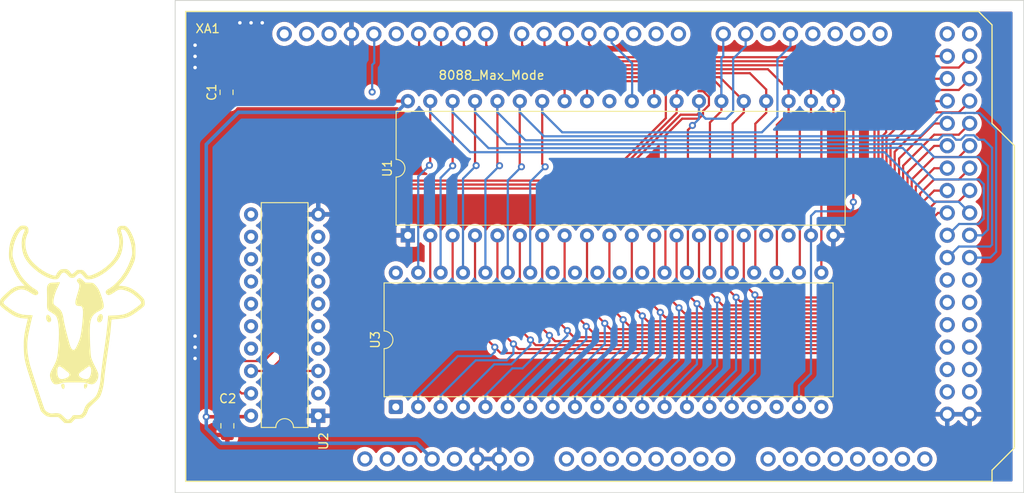
<source format=kicad_pcb>
(kicad_pcb (version 20241229) (generator "pcbnew") (generator_version "9.0")
  (title_block (title "Arduino8088") (date "2024-05-07") (rev "1.1"))
  (layers (0 "F.Cu" signal) (2 "B.Cu" signal) (13 "F.Paste" user) (15 "B.Paste" user) (5 "F.SilkS" user "F.Silkscreen") (7 "B.SilkS" user "B.Silkscreen") (1 "F.Mask" user) (3 "B.Mask" user) (25 "Edge.Cuts" user))
  (net 0 "")
  (net 1 "/~{AEN}")
  (net 2 "/CEN")
  (net 18 "CLK")
  (net 19 "RESET")
  (net 20 "READY")
  (net 21 "~{BHE}")
  (net 22 "MN{slash}~{MX}")
  (net 23 "QS0")
  (net 25 "QS1")
  (net 29 "GND")
  (net 30 "+5V")
  (net 31 "/A14")
  (net 32 "/A13")
  (net 33 "/A12")
  (net 34 "/A11")
  (net 35 "/A10")
  (net 36 "/A9")
  (net 37 "/A8")
  (net 38 "/AD7")
  (net 39 "/AD6")
  (net 40 "/AD5")
  (net 41 "/AD4")
  (net 42 "/AD3")
  (net 43 "/AD2")
  (net 44 "/AD1")
  (net 45 "/AD0")
  (net 46 "/~{TEST}")
  (net 47 "/INTR")
  (net 53 "/S0")
  (net 54 "/S1")
  (net 55 "/S2")
  (net 56 "/~{LOCK}")
  (net 57 "/~{RD}")
  (net 58 "/A19")
  (net 59 "/A18")
  (net 60 "/A17")
  (net 61 "/A16")
  (net 62 "/A15")
  (net 63 "/MCE{slash}~{PDEN}")
  (net 64 "/NMI")
  (net 65 "/DT{slash}~{R}")
  (net 66 "/ALE")
  (net 67 "/~{MRDC}")
  (net 68 "/~{AMWC}")
  (net 69 "/~{MWTC}")
  (net 70 "/~{IOWC}")
  (net 71 "/~{AIOWC}")
  (net 72 "/~{IORC}")
  (net 73 "/~{INTA}")
  (net 74 "/DEN")
  (net 76 "/~{RQ}{slash}~{GT1}")
  (net 79 "/ser0")
  (net 80 "/ser1")
  (net 83 "+3.3V")
  (footprint "Package_DIP:DIP-40_W15.24mm" (layer "F.Cu") (at 121.92 88.9 90)
    (property "Reference" "U1")
    (property "Value" "8088_Max_Mode")
  )
  (footprint "Capacitor_SMD:C_0805_2012Metric_Pad1.18x1.45mm_HandSolder" (layer "F.Cu") (at 101.360356 72.659353 90)
    (property "Reference" "C1")
    (property "Value" "0.1uf" (hide yes))
  )
  (footprint "Package_DIP:DIP-20_W7.62mm" (layer "F.Cu") (at 111.76 109.375748 180)
    (property "Reference" "U2")
    (property "Value" "8288")
  )
  (footprint "Package_DIP:DIP-40_W15.24mm" (layer "F.Cu") (at 120.5564 108.378307 90)
    (property "Reference" "U3")
    (property "Value" "8087")
  )
  (footprint "Capacitor_SMD:C_0805_2012Metric_Pad1.18x1.45mm_HandSolder" (layer "F.Cu") (at 101.452973 110.518882 -90)
    (property "Reference" "C2")
    (property "Value" "0.1uf" (hide yes))
  )
  (footprint "cow:cow" (layer "F.Cu") (at 83.923157 99.07312)
    (property "Reference" "G***" (hide yes))
    (property "Value" "LOGO" (hide yes))
  )
  (footprint "Arduino_Library:Arduino_Mega2560_Shield" (layer "F.Cu") (at 89.110872 116.825641)
    (property "Reference" "XA1")
    (property "Value" "Arduino_Mega2560_Shield" (hide yes))
  )
  (gr_poly (pts (xy 191.77 118.11) (xy 95.535456 118.11) (xy 95.535456 62.23) (xy 191.77 62.23)) (stroke (width 0.1)) (fill no) (layer "Edge.Cuts"))
  (segment (start 172.444013 73.198962) (end 167.91922 68.674169) (width 0.25) (layer "F.Cu") (net 18))
  (segment (start 143.627712 67.599) (end 142.87012 67.599) (width 0.25) (layer "F.Cu") (net 18))
  (segment (start 142.87012 67.599) (end 142.450872 67.179752) (width 0.25) (layer "F.Cu") (net 18))
  (segment (start 172.444013 85.114018) (end 172.444013 73.198962) (width 0.25) (layer "F.Cu") (net 18))
  (segment (start 142.450872 67.179752) (end 142.450872 66.025641) (width 0.25) (layer "F.Cu") (net 18))
  (segment (start 167.91922 68.674169) (end 144.702881 68.674169) (width 0.25) (layer "F.Cu") (net 18))
  (segment (start 144.702881 68.674169) (end 143.627712 67.599) (width 0.25) (layer "F.Cu") (net 18))
  (via (at 172.444013 85.114018) (size 0.8) (drill 0.4) (layers "F.Cu" "B.Cu") (net 18))
  (segment (start 172.414665 85.862931) (end 172.111117 86.166479) (width 0.25) (layer "B.Cu") (net 18))
  (segment (start 167.64 86.682644) (end 167.64 88.9) (width 0.25) (layer "B.Cu") (net 18))
  (segment (start 172.414665 85.143366) (end 172.414665 85.862931) (width 0.25) (layer "B.Cu") (net 18))
  (segment (start 168.156165 86.166479) (end 167.64 86.682644) (width 0.25) (layer "B.Cu") (net 18))
  (segment (start 172.444013 85.114018) (end 172.414665 85.143366) (width 0.25) (layer "B.Cu") (net 18))
  (segment (start 167.64 88.9) (end 167.64 104.593966) (width 0.25) (layer "B.Cu") (net 18))
  (segment (start 172.111117 86.166479) (end 168.156165 86.166479) (width 0.25) (layer "B.Cu") (net 18))
  (segment (start 166.2764 105.957566) (end 166.2764 108.378307) (width 0.25) (layer "B.Cu") (net 18))
  (segment (start 167.64 104.593966) (end 166.2764 105.957566) (width 0.25) (layer "B.Cu") (net 18))
  (segment (start 170.18 73.66) (end 170.18 75.067734) (width 0.25) (layer "F.Cu") (net 19))
  (segment (start 166.790814 69.136676) (end 144.066676 69.136676) (width 0.25) (layer "F.Cu") (net 19))
  (segment (start 140.694 68.05) (end 139.954 67.31) (width 0.25) (layer "F.Cu") (net 19))
  (segment (start 139.954 67.31) (end 139.954 66.04) (width 0.25) (layer "F.Cu") (net 19))
  (segment (start 170.18 73.66) (end 170.18 72.525862) (width 0.25) (layer "F.Cu") (net 19))
  (segment (start 144.066676 69.136676) (end 142.98 68.05) (width 0.25) (layer "F.Cu") (net 19))
  (segment (start 142.98 68.05) (end 140.694 68.05) (width 0.25) (layer "F.Cu") (net 19))
  (segment (start 170.18 72.525862) (end 166.790814 69.136676) (width 0.25) (layer "F.Cu") (net 19))
  (segment (start 170.18 75.067734) (end 168.8164 76.431334) (width 0.25) (layer "F.Cu") (net 19))
  (segment (start 168.8164 76.431334) (end 168.8164 93.138307) (width 0.25) (layer "F.Cu") (net 19))
  (segment (start 167.64 73.66) (end 167.64 72.402632) (width 0.25) (layer "F.Cu") (net 20))
  (segment (start 143.879866 69.587676) (end 143.798872 69.506682) (width 0.25) (layer "F.Cu") (net 20))
  (segment (start 138.604 68.5) (end 137.414 67.31) (width 0.25) (layer "F.Cu") (net 20))
  (segment (start 167.64 72.402632) (end 164.825044 69.587676) (width 0.25) (layer "F.Cu") (net 20))
  (segment (start 166.372729 93.041978) (end 166.2764 93.138307) (width 0.25) (layer "F.Cu") (net 20))
  (segment (start 164.825044 69.587676) (end 143.879866 69.587676) (width 0.25) (layer "F.Cu") (net 20))
  (segment (start 166.372729 76.270464) (end 166.372729 93.041978) (width 0.25) (layer "F.Cu") (net 20))
  (segment (start 137.414 67.31) (end 137.414 66.04) (width 0.25) (layer "F.Cu") (net 20))
  (segment (start 140.50619 68.5) (end 138.604 68.5) (width 0.25) (layer "F.Cu") (net 20))
  (segment (start 143.798872 69.506682) (end 143.781198 69.506682) (width 0.25) (layer "F.Cu") (net 20))
  (segment (start 167.64 73.66) (end 167.64 75.003193) (width 0.25) (layer "F.Cu") (net 20))
  (segment (start 140.50719 68.501) (end 140.50619 68.5) (width 0.25) (layer "F.Cu") (net 20))
  (segment (start 143.781198 69.506682) (end 142.775516 68.501) (width 0.25) (layer "F.Cu") (net 20))
  (segment (start 167.64 75.003193) (end 166.372729 76.270464) (width 0.25) (layer "F.Cu") (net 20))
  (segment (start 142.775516 68.501) (end 140.50719 68.501) (width 0.25) (layer "F.Cu") (net 20))
  (segment (start 137.16 80.779271) (end 137.16 73.66) (width 0.25) (layer "F.Cu") (net 21))
  (segment (start 137.49519 81.114461) (end 137.16 80.779271) (width 0.25) (layer "F.Cu") (net 21))
  (via (at 137.49519 81.114461) (size 0.8) (drill 0.4) (layers "F.Cu" "B.Cu") (net 21))
  (segment (start 139.432526 77.202526) (end 162.064132 77.202526) (width 0.25) (layer "B.Cu") (net 21))
  (segment (start 135.7964 82.813251) (end 137.49519 81.114461) (width 0.25) (layer "B.Cu") (net 21))
  (segment (start 162.064132 77.202526) (end 163.83 75.436658) (width 0.25) (layer "B.Cu") (net 21))
  (segment (start 137.16 74.93) (end 139.432526 77.202526) (width 0.25) (layer "B.Cu") (net 21))
  (segment (start 137.16 73.66) (end 137.16 74.93) (width 0.25) (layer "B.Cu") (net 21))
  (segment (start 163.83 75.436658) (end 163.83 68.886861) (width 0.25) (layer "B.Cu") (net 21))
  (segment (start 163.83 68.886861) (end 165.310872 67.405989) (width 0.25) (layer "B.Cu") (net 21))
  (segment (start 165.310872 67.405989) (end 165.310872 66.025641) (width 0.25) (layer "B.Cu") (net 21))
  (segment (start 135.7964 93.138307) (end 135.7964 82.813251) (width 0.25) (layer "B.Cu") (net 21))
  (segment (start 138.04257 69.852) (end 136.14038 69.852) (width 0.25) (layer "F.Cu") (net 23))
  (segment (start 130.81 69.85) (end 128.27 67.31) (width 0.25) (layer "F.Cu") (net 23))
  (segment (start 132.71219 69.85) (end 130.81 69.85) (width 0.25) (layer "F.Cu") (net 23))
  (segment (start 160.02 73.66) (end 157.300676 70.940676) (width 0.25) (layer "F.Cu") (net 23))
  (segment (start 139.94676 69.854) (end 139.94576 69.853) (width 0.25) (layer "F.Cu") (net 23))
  (segment (start 142.209888 69.854) (end 139.94676 69.854) (width 0.25) (layer "F.Cu") (net 23))
  (segment (start 142.991088 70.6352) (end 142.209888 69.854) (width 0.25) (layer "F.Cu") (net 23))
  (segment (start 128.27 67.31) (end 128.27 66.04) (width 0.25) (layer "F.Cu") (net 23))
  (segment (start 136.13938 69.851) (end 132.71319 69.851) (width 0.25) (layer "F.Cu") (net 23))
  (segment (start 143.238442 70.859682) (end 143.220768 70.859682) (width 0.25) (layer "F.Cu") (net 23))
  (segment (start 158.754461 76.217276) (end 158.754461 93.040246) (width 0.25) (layer "F.Cu") (net 23))
  (segment (start 138.04357 69.853) (end 138.04257 69.852) (width 0.25) (layer "F.Cu") (net 23))
  (segment (start 132.71319 69.851) (end 132.71219 69.85) (width 0.25) (layer "F.Cu") (net 23))
  (segment (start 136.14038 69.852) (end 136.13938 69.851) (width 0.25) (layer "F.Cu") (net 23))
  (segment (start 143.220768 70.859682) (end 142.996286 70.6352) (width 0.25) (layer "F.Cu") (net 23))
  (segment (start 143.319436 70.940676) (end 143.238442 70.859682) (width 0.25) (layer "F.Cu") (net 23))
  (segment (start 157.300676 70.940676) (end 143.319436 70.940676) (width 0.25) (layer "F.Cu") (net 23))
  (segment (start 160.02 73.66) (end 160.02 74.951737) (width 0.25) (layer "F.Cu") (net 23))
  (segment (start 139.94576 69.853) (end 138.04357 69.853) (width 0.25) (layer "F.Cu") (net 23))
  (segment (start 160.02 74.951737) (end 158.754461 76.217276) (width 0.25) (layer "F.Cu") (net 23))
  (segment (start 142.996286 70.6352) (end 142.991088 70.6352) (width 0.25) (layer "F.Cu") (net 23))
  (segment (start 158.754461 93.040246) (end 158.6564 93.138307) (width 0.25) (layer "F.Cu") (net 23))
  (segment (start 136.32619 69.4) (end 132.9 69.4) (width 0.25) (layer "F.Cu") (net 25))
  (segment (start 143.407578 70.408682) (end 142.401896 69.403) (width 0.25) (layer "F.Cu") (net 25))
  (segment (start 162.56 74.992528) (end 161.326003 76.226525) (width 0.25) (layer "F.Cu") (net 25))
  (segment (start 143.506246 70.489676) (end 143.425252 70.408682) (width 0.25) (layer "F.Cu") (net 25))
  (segment (start 143.425252 70.408682) (end 143.407578 70.408682) (width 0.25) (layer "F.Cu") (net 25))
  (segment (start 132.9 69.4) (end 130.81 67.31) (width 0.25) (layer "F.Cu") (net 25))
  (segment (start 136.32719 69.401) (end 136.32619 69.4) (width 0.25) (layer "F.Cu") (net 25))
  (segment (start 161.326003 93.008704) (end 161.1964 93.138307) (width 0.25) (layer "F.Cu") (net 25))
  (segment (start 138.22938 69.401) (end 136.32719 69.401) (width 0.25) (layer "F.Cu") (net 25))
  (segment (start 140.13257 69.402) (end 138.23038 69.402) (width 0.25) (layer "F.Cu") (net 25))
  (segment (start 160.70962 70.489676) (end 143.506246 70.489676) (width 0.25) (layer "F.Cu") (net 25))
  (segment (start 162.56 72.340056) (end 160.70962 70.489676) (width 0.25) (layer "F.Cu") (net 25))
  (segment (start 161.326003 76.226525) (end 161.326003 93.008704) (width 0.25) (layer "F.Cu") (net 25))
  (segment (start 138.23038 69.402) (end 138.22938 69.401) (width 0.25) (layer "F.Cu") (net 25))
  (segment (start 140.13357 69.403) (end 140.13257 69.402) (width 0.25) (layer "F.Cu") (net 25))
  (segment (start 162.56 73.66) (end 162.56 72.340056) (width 0.25) (layer "F.Cu") (net 25))
  (segment (start 142.401896 69.403) (end 140.13357 69.403) (width 0.25) (layer "F.Cu") (net 25))
  (segment (start 130.81 67.31) (end 130.81 66.04) (width 0.25) (layer "F.Cu") (net 25))
  (segment (start 162.56 73.66) (end 162.56 74.992528) (width 0.25) (layer "F.Cu") (net 25))
  (segment (start 115.57 67.270416) (end 115.57 66.04) (width 0.25) (layer "F.Cu") (net 29))
  (segment (start 139.7 72.413345) (end 139.115895 71.82924) (width 0.25) (layer "F.Cu") (net 29))
  (segment (start 139.115895 71.82924) (end 120.128824 71.82924) (width 0.25) (layer "F.Cu") (net 29))
  (segment (start 120.128824 71.82924) (end 115.57 67.270416) (width 0.25) (layer "F.Cu") (net 29))
  (segment (start 139.7 73.66) (end 139.7 72.413345) (width 0.25) (layer "F.Cu") (net 29))
  (via (at 97.79 67.31) (size 0.8) (drill 0.4) (layers "F.Cu" "B.Cu") (net 29))
  (via (at 97.79 100.33) (size 0.8) (drill 0.4) (layers "F.Cu" "B.Cu") (net 29))
  (via (at 97.79 69.85) (size 0.8) (drill 0.4) (layers "F.Cu" "B.Cu") (net 29))
  (via (at 97.79 68.58) (size 0.8) (drill 0.4) (layers "F.Cu" "B.Cu") (net 29))
  (via (at 97.79 102.87) (size 0.8) (drill 0.4) (layers "F.Cu" "B.Cu") (net 29))
  (via (at 105.41 64.77) (size 0.8) (drill 0.4) (layers "F.Cu" "B.Cu") (net 29))
  (via (at 102.87 64.77) (size 0.8) (drill 0.4) (layers "F.Cu" "B.Cu") (net 29))
  (via (at 104.14 64.77) (size 0.8) (drill 0.4) (layers "F.Cu" "B.Cu") (net 29))
  (via (at 97.79 101.6) (size 0.8) (drill 0.4) (layers "F.Cu" "B.Cu") (net 29))
  (segment (start 181.373576 92.218957) (end 181.373576 87.023842) (width 0.25) (layer "F.Cu") (net 31))
  (segment (start 132.449236 102.262613) (end 171.32992 102.262613) (width 0.25) (layer "F.Cu") (net 31))
  (segment (start 124.46 94.273377) (end 131.779756 101.593133) (width 0.25) (layer "F.Cu") (net 31))
  (segment (start 182.051777 86.345641) (end 183.090872 86.345641) (width 0.25) (layer "F.Cu") (net 31))
  (segment (start 124.46 88.9) (end 124.46 94.273377) (width 0.25) (layer "F.Cu") (net 31))
  (segment (start 181.373576 87.023842) (end 182.051777 86.345641) (width 0.25) (layer "F.Cu") (net 31))
  (segment (start 131.779756 101.593133) (end 132.449236 102.262613) (width 0.25) (layer "F.Cu") (net 31))
  (segment (start 171.32992 102.262613) (end 181.373576 92.218957) (width 0.25) (layer "F.Cu") (net 31))
  (via (at 131.779756 101.593133) (size 0.8) (drill 0.4) (layers "F.Cu" "B.Cu") (net 31))
  (segment (start 131.779756 101.593133) (end 131.779756 102.125016) (width 0.25) (layer "B.Cu") (net 31))
  (segment (start 131.299133 102.605639) (end 127.587952 102.605639) (width 0.25) (layer "B.Cu") (net 31))
  (segment (start 131.779756 102.125016) (end 131.299133 102.605639) (width 0.25) (layer "B.Cu") (net 31))
  (segment (start 123.0964 107.097191) (end 123.0964 108.378307) (width 0.25) (layer "B.Cu") (net 31))
  (segment (start 127.587952 102.605639) (end 123.0964 107.097191) (width 0.25) (layer "B.Cu") (net 31))
  (segment (start 180.922576 92.032147) (end 180.922576 85.971707) (width 0.25) (layer "F.Cu") (net 32))
  (segment (start 134.479588 101.811613) (end 171.14311 101.811613) (width 0.25) (layer "F.Cu") (net 32))
  (segment (start 133.894571 101.226596) (end 134.479588 101.811613) (width 0.25) (layer "F.Cu") (net 32))
  (segment (start 171.14311 101.811613) (end 180.922576 92.032147) (width 0.25) (layer "F.Cu") (net 32))
  (segment (start 184.364475 85.072038) (end 185.630872 83.805641) (width 0.25) (layer "F.Cu") (net 32))
  (segment (start 127 88.9) (end 127 94.332025) (width 0.25) (layer "F.Cu") (net 32))
  (segment (start 181.822245 85.072038) (end 184.364475 85.072038) (width 0.25) (layer "F.Cu") (net 32))
  (segment (start 127 94.332025) (end 133.894571 101.226596) (width 0.25) (layer "F.Cu") (net 32))
  (segment (start 180.922576 85.971707) (end 181.822245 85.072038) (width 0.25) (layer "F.Cu") (net 32))
  (via (at 133.894571 101.226596) (size 0.8) (drill 0.4) (layers "F.Cu" "B.Cu") (net 32))
  (segment (start 133.894571 101.226596) (end 133.894571 102.328905) (width 0.25) (layer "B.Cu") (net 32))
  (segment (start 133.894571 102.328905) (end 133.136829 103.086647) (width 0.25) (layer "B.Cu") (net 32))
  (segment (start 133.136829 103.086647) (end 129.620232 103.086647) (width 0.25) (layer "B.Cu") (net 32))
  (segment (start 129.620232 103.086647) (end 125.6364 107.070479) (width 0.25) (layer "B.Cu") (net 32))
  (segment (start 125.6364 107.070479) (end 125.6364 108.378307) (width 0.25) (layer "B.Cu") (net 32))
  (segment (start 136.415126 101.360613) (end 170.9563 101.360613) (width 0.25) (layer "F.Cu") (net 33))
  (segment (start 180.462269 91.854644) (end 180.462269 84.967731) (width 0.25) (layer "F.Cu") (net 33))
  (segment (start 180.462269 84.967731) (end 181.61 83.82) (width 0.25) (layer "F.Cu") (net 33))
  (segment (start 135.823227 100.768714) (end 136.415126 101.360613) (width 0.25) (layer "F.Cu") (net 33))
  (segment (start 129.54 94.485487) (end 135.823227 100.768714) (width 0.25) (layer "F.Cu") (net 33))
  (segment (start 129.54 88.9) (end 129.54 94.485487) (width 0.25) (layer "F.Cu") (net 33))
  (segment (start 181.61 83.82) (end 183.134 83.82) (width 0.25) (layer "F.Cu") (net 33))
  (segment (start 170.9563 101.360613) (end 180.462269 91.854644) (width 0.25) (layer "F.Cu") (net 33))
  (via (at 135.823227 100.768714) (size 0.8) (drill 0.4) (layers "F.Cu" "B.Cu") (net 33))
  (segment (start 133.655829 103.538913) (end 131.723758 103.538913) (width 0.25) (layer "B.Cu") (net 33))
  (segment (start 135.823227 101.371515) (end 133.655829 103.538913) (width 0.25) (layer "B.Cu") (net 33))
  (segment (start 131.723758 103.538913) (end 128.1764 107.086271) (width 0.25) (layer "B.Cu") (net 33))
  (segment (start 128.1764 107.086271) (end 128.1764 108.378307) (width 0.25) (layer "B.Cu") (net 33))
  (segment (start 135.823227 100.768714) (end 135.823227 101.371515) (width 0.25) (layer "B.Cu") (net 33))
  (segment (start 170.76949 100.909613) (end 180.001418 91.677685) (width 0.25) (layer "F.Cu") (net 34))
  (segment (start 132.08 94.361444) (end 137.973887 100.25533) (width 0.25) (layer "F.Cu") (net 34))
  (segment (start 180.001418 84.158582) (end 181.61 82.55) (width 0.25) (layer "F.Cu") (net 34))
  (segment (start 138.628169 100.909613) (end 170.76949 100.909613) (width 0.25) (layer "F.Cu") (net 34))
  (segment (start 132.08 88.9) (end 132.08 94.361444) (width 0.25) (layer "F.Cu") (net 34))
  (segment (start 184.404 82.55) (end 185.674 81.28) (width 0.25) (layer "F.Cu") (net 34))
  (segment (start 137.973887 100.25533) (end 138.628169 100.909613) (width 0.25) (layer "F.Cu") (net 34))
  (segment (start 181.61 82.55) (end 184.404 82.55) (width 0.25) (layer "F.Cu") (net 34))
  (segment (start 180.001418 91.677685) (end 180.001418 84.158582) (width 0.25) (layer "F.Cu") (net 34))
  (via (at 137.973887 100.25533) (size 0.8) (drill 0.4) (layers "F.Cu" "B.Cu") (net 34))
  (segment (start 130.7164 107.043812) (end 130.7164 108.378307) (width 0.25) (layer "B.Cu") (net 34))
  (segment (start 133.766225 103.993987) (end 130.7164 107.043812) (width 0.25) (layer "B.Cu") (net 34))
  (segment (start 137.973887 100.941383) (end 134.921283 103.993987) (width 0.25) (layer "B.Cu") (net 34))
  (segment (start 137.973887 100.25533) (end 137.973887 100.941383) (width 0.25) (layer "B.Cu") (net 34))
  (segment (start 134.921283 103.993987) (end 133.766225 103.993987) (width 0.25) (layer "B.Cu") (net 34))
  (segment (start 134.62 94.320653) (end 134.62 88.9) (width 0.25) (layer "F.Cu") (net 35))
  (segment (start 181.61 81.28) (end 183.134 81.28) (width 0.25) (layer "F.Cu") (net 35))
  (segment (start 140.007982 99.708636) (end 134.62 94.320653) (width 0.25) (layer "F.Cu") (net 35))
  (segment (start 140.75796 100.458613) (end 170.58268 100.458613) (width 0.25) (layer "F.Cu") (net 35))
  (segment (start 140.007982 99.708636) (end 140.75796 100.458613) (width 0.25) (layer "F.Cu") (net 35))
  (segment (start 170.58268 100.458613) (end 179.521441 91.519852) (width 0.25) (layer "F.Cu") (net 35))
  (segment (start 179.521441 91.519852) (end 179.521441 83.368559) (width 0.25) (layer "F.Cu") (net 35))
  (segment (start 179.521441 83.368559) (end 181.61 81.28) (width 0.25) (layer "F.Cu") (net 35))
  (via (at 140.007982 99.708636) (size 0.8) (drill 0.4) (layers "F.Cu" "B.Cu") (net 35))
  (segment (start 140.007982 99.708636) (end 140.013947 99.714601) (width 0.25) (layer "B.Cu") (net 35))
  (segment (start 140.013947 100.266233) (end 133.2564 107.02378) (width 0.25) (layer "B.Cu") (net 35))
  (segment (start 133.2564 107.02378) (end 133.2564 108.378307) (width 0.25) (layer "B.Cu") (net 35))
  (segment (start 140.013947 99.714601) (end 140.013947 100.266233) (width 0.25) (layer "B.Cu") (net 35))
  (segment (start 142.148676 99.232969) (end 142.148676 99.157536) (width 0.25) (layer "F.Cu") (net 36))
  (segment (start 179.059963 82.560037) (end 181.61 80.01) (width 0.25) (layer "F.Cu") (net 36))
  (segment (start 142.148676 99.157536) (end 137.16 94.16886) (width 0.25) (layer "F.Cu") (net 36))
  (segment (start 142.148676 99.232969) (end 142.231927 99.31622) (width 0.25) (layer "F.Cu") (net 36))
  (segment (start 142.30736 99.31622) (end 142.998753 100.007613) (width 0.25) (layer "F.Cu") (net 36))
  (segment (start 181.61 80.01) (end 184.404 80.01) (width 0.25) (layer "F.Cu") (net 36))
  (segment (start 179.059963 91.34352) (end 179.059963 82.560037) (width 0.25) (layer "F.Cu") (net 36))
  (segment (start 142.998753 100.007613) (end 170.39587 100.007613) (width 0.25) (layer "F.Cu") (net 36))
  (segment (start 184.404 80.01) (end 185.674 78.74) (width 0.25) (layer "F.Cu") (net 36))
  (segment (start 142.231927 99.31622) (end 142.30736 99.31622) (width 0.25) (layer "F.Cu") (net 36))
  (segment (start 170.39587 100.007613) (end 179.059963 91.34352) (width 0.25) (layer "F.Cu") (net 36))
  (segment (start 137.16 94.16886) (end 137.16 88.9) (width 0.25) (layer "F.Cu") (net 36))
  (via (at 142.148676 99.232969) (size 0.8) (drill 0.4) (layers "F.Cu" "B.Cu") (net 36))
  (segment (start 135.7964 107.069893) (end 135.7964 108.378307) (width 0.25) (layer "B.Cu") (net 36))
  (segment (start 142.148676 100.717617) (end 135.7964 107.069893) (width 0.25) (layer "B.Cu") (net 36))
  (segment (start 142.148676 99.232969) (end 142.148676 100.717617) (width 0.25) (layer "B.Cu") (net 36))
  (segment (start 144.252424 98.888621) (end 144.920416 99.556613) (width 0.25) (layer "F.Cu") (net 37))
  (segment (start 181.61 78.74) (end 183.134 78.74) (width 0.25) (layer "F.Cu") (net 37))
  (segment (start 178.587116 91.178557) (end 178.587116 81.762884) (width 0.25) (layer "F.Cu") (net 37))
  (segment (start 139.7 94.336197) (end 144.252424 98.888621) (width 0.25) (layer "F.Cu") (net 37))
  (segment (start 139.7 88.9) (end 139.7 94.336197) (width 0.25) (layer "F.Cu") (net 37))
  (segment (start 178.587116 81.762884) (end 181.61 78.74) (width 0.25) (layer "F.Cu") (net 37))
  (segment (start 170.20906 99.556613) (end 178.587116 91.178557) (width 0.25) (layer "F.Cu") (net 37))
  (segment (start 144.920416 99.556613) (end 170.20906 99.556613) (width 0.25) (layer "F.Cu") (net 37))
  (via (at 144.252424 98.888621) (size 0.8) (drill 0.4) (layers "F.Cu" "B.Cu") (net 37))
  (segment (start 138.3364 107.142363) (end 144.252424 101.226339) (width 0.25) (layer "B.Cu") (net 37))
  (segment (start 138.3364 108.378307) (end 138.3364 107.142363) (width 0.25) (layer "B.Cu") (net 37))
  (segment (start 144.252424 101.226339) (end 144.252424 98.888621) (width 0.25) (layer "B.Cu") (net 37))
  (segment (start 170.02225 99.105613) (end 178.088961 91.038902) (width 0.25) (layer "F.Cu") (net 38))
  (segment (start 146.333707 98.472365) (end 146.966956 99.105613) (width 0.25) (layer "F.Cu") (net 38))
  (segment (start 146.966956 99.105613) (end 170.02225 99.105613) (width 0.25) (layer "F.Cu") (net 38))
  (segment (start 142.24 88.9) (end 142.24 94.378657) (width 0.25) (layer "F.Cu") (net 38))
  (segment (start 184.404 77.47) (end 185.674 76.2) (width 0.25) (layer "F.Cu") (net 38))
  (segment (start 142.24 94.378657) (end 146.333707 98.472365) (width 0.25) (layer "F.Cu") (net 38))
  (segment (start 181.61 77.47) (end 184.404 77.47) (width 0.25) (layer "F.Cu") (net 38))
  (segment (start 178.088961 80.991039) (end 181.61 77.47) (width 0.25) (layer "F.Cu") (net 38))
  (segment (start 178.088961 91.038902) (end 178.088961 80.991039) (width 0.25) (layer "F.Cu") (net 38))
  (via (at 146.333707 98.472365) (size 0.8) (drill 0.4) (layers "F.Cu" "B.Cu") (net 38))
  (segment (start 140.8764 107.086725) (end 146.333707 101.629418) (width 0.25) (layer "B.Cu") (net 38))
  (segment (start 140.8764 108.378307) (end 140.8764 107.086725) (width 0.25) (layer "B.Cu") (net 38))
  (segment (start 146.333707 101.629418) (end 146.333707 98.472365) (width 0.25) (layer "B.Cu") (net 38))
  (segment (start 148.512119 98.042232) (end 149.124499 98.654613) (width 0.25) (layer "F.Cu") (net 39))
  (segment (start 144.78 94.310114) (end 148.512119 98.042232) (width 0.25) (layer "F.Cu") (net 39))
  (segment (start 181.61 76.2) (end 183.134 76.2) (width 0.25) (layer "F.Cu") (net 39))
  (segment (start 144.78 88.9) (end 144.78 94.310114) (width 0.25) (layer "F.Cu") (net 39))
  (segment (start 149.124499 98.654613) (end 169.83544 98.654613) (width 0.25) (layer "F.Cu") (net 39))
  (segment (start 177.62747 80.18253) (end 181.61 76.2) (width 0.25) (layer "F.Cu") (net 39))
  (segment (start 169.83544 98.654613) (end 177.62747 90.862583) (width 0.25) (layer "F.Cu") (net 39))
  (segment (start 177.62747 90.862583) (end 177.62747 80.18253) (width 0.25) (layer "F.Cu") (net 39))
  (via (at 148.512119 98.042232) (size 0.8) (drill 0.4) (layers "F.Cu" "B.Cu") (net 39))
  (segment (start 143.4164 108.378307) (end 143.4164 107.131444) (width 0.25) (layer "B.Cu") (net 39))
  (segment (start 143.4164 107.131444) (end 148.512119 102.035725) (width 0.25) (layer "B.Cu") (net 39))
  (segment (start 148.512119 102.035725) (end 148.512119 98.042232) (width 0.25) (layer "B.Cu") (net 39))
  (segment (start 181.61 74.93) (end 184.404 74.93) (width 0.25) (layer "F.Cu") (net 40))
  (segment (start 177.132245 90.719998) (end 177.132245 79.407755) (width 0.25) (layer "F.Cu") (net 40))
  (segment (start 147.32 88.9) (end 147.32 94.408076) (width 0.25) (layer "F.Cu") (net 40))
  (segment (start 147.32 94.408076) (end 150.551775 97.639851) (width 0.25) (layer "F.Cu") (net 40))
  (segment (start 169.64863 98.203613) (end 177.132245 90.719998) (width 0.25) (layer "F.Cu") (net 40))
  (segment (start 184.404 74.93) (end 185.674 73.66) (width 0.25) (layer "F.Cu") (net 40))
  (segment (start 151.115537 98.203613) (end 169.64863 98.203613) (width 0.25) (layer "F.Cu") (net 40))
  (segment (start 177.132245 79.407755) (end 181.61 74.93) (width 0.25) (layer "F.Cu") (net 40))
  (segment (start 150.551775 97.639851) (end 151.115537 98.203613) (width 0.25) (layer "F.Cu") (net 40))
  (via (at 150.551775 97.639851) (size 0.8) (drill 0.4) (layers "F.Cu" "B.Cu") (net 40))
  (segment (start 150.551775 102.49361) (end 150.551775 97.639851) (width 0.25) (layer "B.Cu") (net 40))
  (segment (start 145.9564 108.378307) (end 145.9564 107.088985) (width 0.25) (layer "B.Cu") (net 40))
  (segment (start 145.9564 107.088985) (end 150.551775 102.49361) (width 0.25) (layer "B.Cu") (net 40))
  (segment (start 149.86 88.9) (end 149.86 94.311784) (width 0.25) (layer "F.Cu") (net 41))
  (segment (start 152.674684 97.126468) (end 153.300829 97.752613) (width 0.25) (layer "F.Cu") (net 41))
  (segment (start 153.300829 97.752613) (end 169.46182 97.752613) (width 0.25) (layer "F.Cu") (net 41))
  (segment (start 181.61 73.66) (end 183.134 73.66) (width 0.25) (layer "F.Cu") (net 41))
  (segment (start 176.659075 90.555358) (end 176.659075 78.610925) (width 0.25) (layer "F.Cu") (net 41))
  (segment (start 176.659075 78.610925) (end 181.61 73.66) (width 0.25) (layer "F.Cu") (net 41))
  (segment (start 169.46182 97.752613) (end 176.659075 90.555358) (width 0.25) (layer "F.Cu") (net 41))
  (segment (start 149.86 94.311784) (end 152.674684 97.126468) (width 0.25) (layer "F.Cu") (net 41))
  (via (at 152.674684 97.126468) (size 0.8) (drill 0.4) (layers "F.Cu" "B.Cu") (net 41))
  (segment (start 148.4964 108.378307) (end 148.4964 107.199849) (width 0.25) (layer "B.Cu") (net 41))
  (segment (start 148.4964 107.199849) (end 152.674684 103.021565) (width 0.25) (layer "B.Cu") (net 41))
  (segment (start 152.674684 103.021565) (end 152.674684 97.126468) (width 0.25) (layer "B.Cu") (net 41))
  (segment (start 169.27501 97.301613) (end 176.199444 90.377179) (width 0.25) (layer "F.Cu") (net 42))
  (segment (start 176.199444 77.800556) (end 181.61 72.39) (width 0.25) (layer "F.Cu") (net 42))
  (segment (start 152.4 94.344993) (end 154.705092 96.650086) (width 0.25) (layer "F.Cu") (net 42))
  (segment (start 184.404 72.39) (end 185.674 71.12) (width 0.25) (layer "F.Cu") (net 42))
  (segment (start 154.705092 96.650086) (end 155.35662 97.301613) (width 0.25) (layer "F.Cu") (net 42))
  (segment (start 152.4 88.9) (end 152.4 94.344993) (width 0.25) (layer "F.Cu") (net 42))
  (segment (start 181.61 72.39) (end 184.404 72.39) (width 0.25) (layer "F.Cu") (net 42))
  (segment (start 155.35662 97.301613) (end 169.27501 97.301613) (width 0.25) (layer "F.Cu") (net 42))
  (segment (start 176.199444 90.377179) (end 176.199444 77.800556) (width 0.25) (layer "F.Cu") (net 42))
  (via (at 154.705092 96.650086) (size 0.8) (drill 0.4) (layers "F.Cu" "B.Cu") (net 42))
  (segment (start 151.0364 108.378307) (end 151.0364 107.194389) (width 0.25) (layer "B.Cu") (net 42))
  (segment (start 154.705092 103.525697) (end 154.705092 96.650086) (width 0.25) (layer "B.Cu") (net 42))
  (segment (start 151.0364 107.194389) (end 154.705092 103.525697) (width 0.25) (layer "B.Cu") (net 42))
  (segment (start 154.94 94.16545) (end 156.994503 96.219954) (width 0.25) (layer "F.Cu") (net 43))
  (segment (start 175.744155 88.731091) (end 175.748444 88.726802) (width 0.25) (layer "F.Cu") (net 43))
  (segment (start 181.61 71.12) (end 183.134 71.12) (width 0.25) (layer "F.Cu") (net 43))
  (segment (start 176.16004 77.20215) (end 176.16004 76.56996) (width 0.25) (layer "F.Cu") (net 43))
  (segment (start 154.94 88.9) (end 154.94 94.16545) (width 0.25) (layer "F.Cu") (net 43))
  (segment (start 175.744155 90.194658) (end 175.744155 88.731091) (width 0.25) (layer "F.Cu") (net 43))
  (segment (start 169.0882 96.850613) (end 175.744155 90.194658) (width 0.25) (layer "F.Cu") (net 43))
  (segment (start 157.625163 96.850613) (end 169.0882 96.850613) (width 0.25) (layer "F.Cu") (net 43))
  (segment (start 176.16004 76.56996) (end 181.61 71.12) (width 0.25) (layer "F.Cu") (net 43))
  (segment (start 175.748444 77.613746) (end 176.16004 77.20215) (width 0.25) (layer "F.Cu") (net 43))
  (segment (start 175.748444 88.726802) (end 175.748444 77.613746) (width 0.25) (layer "F.Cu") (net 43))
  (segment (start 156.994503 96.219954) (end 157.625163 96.850613) (width 0.25) (layer "F.Cu") (net 43))
  (via (at 156.994503 96.219954) (size 0.8) (drill 0.4) (layers "F.Cu" "B.Cu") (net 43))
  (segment (start 156.994503 103.752327) (end 156.994503 96.219954) (width 0.25) (layer "B.Cu") (net 43))
  (segment (start 153.5764 108.378307) (end 153.5764 107.17043) (width 0.25) (layer "B.Cu") (net 43))
  (segment (start 153.5764 107.17043) (end 156.994503 103.752327) (width 0.25) (layer "B.Cu") (net 43))
  (segment (start 181.61 69.85) (end 184.404 69.85) (width 0.25) (layer "F.Cu") (net 44))
  (segment (start 157.48 94.265723) (end 157.48 88.9) (width 0.25) (layer "F.Cu") (net 44))
  (segment (start 159.143584 95.929307) (end 157.48 94.265723) (width 0.25) (layer "F.Cu") (net 44))
  (segment (start 175.293155 90.007848) (end 175.293155 76.166845) (width 0.25) (layer "F.Cu") (net 44))
  (segment (start 159.61389 96.399613) (end 168.90139 96.399613) (width 0.25) (layer "F.Cu") (net 44))
  (segment (start 159.143584 95.929307) (end 159.61389 96.399613) (width 0.25) (layer "F.Cu") (net 44))
  (segment (start 175.293155 76.166845) (end 181.61 69.85) (width 0.25) (layer "F.Cu") (net 44))
  (segment (start 168.90139 96.399613) (end 175.293155 90.007848) (width 0.25) (layer "F.Cu") (net 44))
  (segment (start 184.404 69.85) (end 185.674 68.58) (width 0.25) (layer "F.Cu") (net 44))
  (via (at 159.143584 95.929307) (size 0.8) (drill 0.4) (layers "F.Cu" "B.Cu") (net 44))
  (segment (start 159.142226 95.930665) (end 159.142226 104.217075) (width 0.25) (layer "B.Cu") (net 44))
  (segment (start 159.143584 95.929307) (end 159.142226 95.930665) (width 0.25) (layer "B.Cu") (net 44))
  (segment (start 156.1164 107.242901) (end 156.1164 108.378307) (width 0.25) (layer "B.Cu") (net 44))
  (segment (start 159.142226 104.217075) (end 156.1164 107.242901) (width 0.25) (layer "B.Cu") (net 44))
  (segment (start 181.533529 68.565641) (end 183.090872 68.565641) (width 0.25) (layer "F.Cu") (net 45))
  (segment (start 161.567929 95.948613) (end 168.71458 95.948613) (width 0.25) (layer "F.Cu") (net 45))
  (segment (start 174.842155 75.257015) (end 181.533529 68.565641) (width 0.25) (layer "F.Cu") (net 45))
  (segment (start 161.277286 95.657969) (end 161.567929 95.948613) (width 0.25) (layer "F.Cu") (net 45))
  (segment (start 160.02 94.400684) (end 160.02 88.9) (width 0.25) (layer "F.Cu") (net 45))
  (segment (start 168.71458 95.948613) (end 174.842155 89.821038) (width 0.25) (layer "F.Cu") (net 45))
  (segment (start 174.842155 89.821038) (end 174.842155 75.257015) (width 0.25) (layer "F.Cu") (net 45))
  (segment (start 161.277286 95.657969) (end 160.02 94.400684) (width 0.25) (layer "F.Cu") (net 45))
  (via (at 161.277286 95.657969) (size 0.8) (drill 0.4) (layers "F.Cu" "B.Cu") (net 45))
  (segment (start 161.277286 95.657969) (end 161.300594 95.681277) (width 0.25) (layer "B.Cu") (net 45))
  (segment (start 161.300594 95.681277) (end 161.300594 104.556247) (width 0.25) (layer "B.Cu") (net 45))
  (segment (start 161.300594 104.556247) (end 158.6564 107.200441) (width 0.25) (layer "B.Cu") (net 45))
  (segment (start 158.6564 107.200441) (end 158.6564 108.378307) (width 0.25) (layer "B.Cu") (net 45))
  (segment (start 162.754197 70.038676) (end 143.693056 70.038676) (width 0.25) (layer "F.Cu") (net 46))
  (segment (start 165.1 73.66) (end 165.1 75.017903) (width 0.25) (layer "F.Cu") (net 46))
  (segment (start 163.773438 93.101269) (end 163.7364 93.138307) (width 0.25) (layer "F.Cu") (net 46))
  (segment (start 165.1 73.66) (end 165.1 72.384479) (width 0.25) (layer "F.Cu") (net 46))
  (segment (start 163.773438 76.344465) (end 163.773438 93.101269) (width 0.25) (layer "F.Cu") (net 46))
  (segment (start 136.514 68.95) (end 134.874 67.31) (width 0.25) (layer "F.Cu") (net 46))
  (segment (start 140.32038 68.952) (end 140.31938 68.951) (width 0.25) (layer "F.Cu") (net 46))
  (segment (start 143.612062 69.957682) (end 143.594388 69.957682) (width 0.25) (layer "F.Cu") (net 46))
  (segment (start 165.1 72.384479) (end 162.754197 70.038676) (width 0.25) (layer "F.Cu") (net 46))
  (segment (start 143.693056 70.038676) (end 143.612062 69.957682) (width 0.25) (layer "F.Cu") (net 46))
  (segment (start 165.1 75.017903) (end 163.773438 76.344465) (width 0.25) (layer "F.Cu") (net 46))
  (segment (start 142.588706 68.952) (end 140.32038 68.952) (width 0.25) (layer "F.Cu") (net 46))
  (segment (start 140.31938 68.951) (end 138.41719 68.951) (width 0.25) (layer "F.Cu") (net 46))
  (segment (start 143.594388 69.957682) (end 142.588706 68.952) (width 0.25) (layer "F.Cu") (net 46))
  (segment (start 138.41619 68.95) (end 136.514 68.95) (width 0.25) (layer "F.Cu") (net 46))
  (segment (start 134.874 67.31) (end 134.874 66.04) (width 0.25) (layer "F.Cu") (net 46))
  (segment (start 138.41719 68.951) (end 138.41619 68.95) (width 0.25) (layer "F.Cu") (net 46))
  (segment (start 144.094105 82.682259) (end 109.438187 82.682259) (width 0.25) (layer "F.Cu") (net 53))
  (segment (start 102.445729 103.852356) (end 102.445729 106.222425) (width 0.25) (layer "F.Cu") (net 53))
  (segment (start 151.176261 75.600103) (end 144.094105 82.682259) (width 0.25) (layer "F.Cu") (net 53))
  (segment (start 157.48 73.66) (end 157.48 72.12589) (width 0.25) (layer "F.Cu") (net 53))
  (segment (start 106.987083 85.133363) (end 106.987083 101.782272) (width 0.25) (layer "F.Cu") (net 53))
  (segment (start 106.987083 101.782272) (end 105.599607 103.169748) (width 0.25) (layer "F.Cu") (net 53))
  (segment (start 152.038449 71.391676) (end 151.176261 72.253864) (width 0.25) (layer "F.Cu") (net 53))
  (segment (start 103.128337 103.169748) (end 102.445729 103.852356) (width 0.25) (layer "F.Cu") (net 53))
  (segment (start 157.48 72.12589) (end 156.745786 71.391676) (width 0.25) (layer "F.Cu") (net 53))
  (segment (start 151.176261 72.253864) (end 151.176261 75.600103) (width 0.25) (layer "F.Cu") (net 53))
  (segment (start 109.438187 82.682259) (end 106.987083 85.133363) (width 0.25) (layer "F.Cu") (net 53))
  (segment (start 156.1164 93.138307) (end 156.179515 93.075192) (width 0.25) (layer "F.Cu") (net 53))
  (segment (start 156.745786 71.391676) (end 152.038449 71.391676) (width 0.25) (layer "F.Cu") (net 53))
  (segment (start 102.445729 106.222425) (end 103.059052 106.835748) (width 0.25) (layer "F.Cu") (net 53))
  (segment (start 156.179515 76.085456) (end 157.48 74.784971) (width 0.25) (layer "F.Cu") (net 53))
  (segment (start 105.599607 103.169748) (end 103.128337 103.169748) (width 0.25) (layer "F.Cu") (net 53))
  (segment (start 157.48 74.784971) (end 157.48 73.66) (width 0.25) (layer "F.Cu") (net 53))
  (segment (start 156.179515 93.075192) (end 156.179515 76.085456) (width 0.25) (layer "F.Cu") (net 53))
  (segment (start 103.059052 106.835748) (end 104.14 106.835748) (width 0.25) (layer "F.Cu") (net 53))
  (segment (start 157.480647 68.756469) (end 157.690872 68.546244) (width 0.25) (layer "B.Cu") (net 53))
  (segment (start 157.690872 68.546244) (end 157.690872 66.025641) (width 0.25) (layer "B.Cu") (net 53))
  (segment (start 157.480647 73.659353) (end 157.480647 68.756469) (width 0.25) (layer "B.Cu") (net 53))
  (segment (start 157.48 73.66) (end 157.480647 73.659353) (width 0.25) (layer "B.Cu") (net 53))
  (segment (start 154.94 73.66) (end 154.94 74.996022) (width 0.25) (layer "F.Cu") (net 54))
  (segment (start 152.851 75.200984) (end 144.467725 83.584259) (width 0.25) (layer "F.Cu") (net 54))
  (segment (start 108.038633 85.771173) (end 107.889083 85.771173) (width 0.25) (layer "F.Cu") (net 54))
  (segment (start 110.225547 83.584259) (end 108.038633 85.771173) (width 0.25) (layer "F.Cu") (net 54))
  (segment (start 153.681975 76.935388) (end 154.19536 76.422003) (width 0.25) (layer "F.Cu") (net 54))
  (segment (start 144.467725 83.584259) (end 110.225547 83.584259) (width 0.25) (layer "F.Cu") (net 54))
  (segment (start 154.735038 75.200984) (end 152.851 75.200984) (width 0.25) (layer "F.Cu") (net 54))
  (segment (start 154.94 74.996022) (end 154.735038 75.200984) (width 0.25) (layer "F.Cu") (net 54))
  (segment (start 109.509402 104.295748) (end 111.76 104.295748) (width 0.25) (layer "F.Cu") (net 54))
  (segment (start 107.889083 102.697275) (end 107.910929 102.697275) (width 0.25) (layer "F.Cu") (net 54))
  (segment (start 153.681975 93.032732) (end 153.681975 76.935388) (width 0.25) (layer "F.Cu") (net 54))
  (segment (start 107.910929 102.697275) (end 109.509402 104.295748) (width 0.25) (layer "F.Cu") (net 54))
  (segment (start 153.5764 93.138307) (end 153.681975 93.032732) (width 0.25) (layer "F.Cu") (net 54))
  (segment (start 107.889083 85.771173) (end 107.889083 102.697275) (width 0.25) (layer "F.Cu") (net 54))
  (via (at 154.19536 76.422003) (size 0.8) (drill 0.4) (layers "F.Cu" "B.Cu") (net 54))
  (segment (start 154.94 74.905102) (end 155.692835 75.657937) (width 0.25) (layer "B.Cu") (net 54))
  (segment (start 154.94 75.677363) (end 154.94 74.905102) (width 0.25) (layer "B.Cu") (net 54))
  (segment (start 158.81454 68.841114) (end 160.230872 67.424782) (width 0.25) (layer "B.Cu") (net 54))
  (segment (start 158.013284 75.657937) (end 158.81454 74.856681) (width 0.25) (layer "B.Cu") (net 54))
  (segment (start 154.94 73.66) (end 154.94 74.905102) (width 0.25) (layer "B.Cu") (net 54))
  (segment (start 154.19536 76.422003) (end 154.94 75.677363) (width 0.25) (layer "B.Cu") (net 54))
  (segment (start 158.81454 74.856681) (end 158.81454 68.841114) (width 0.25) (layer "B.Cu") (net 54))
  (segment (start 160.230872 67.424782) (end 160.230872 66.025641) (width 0.25) (layer "B.Cu") (net 54))
  (segment (start 155.692835 75.657937) (end 158.013284 75.657937) (width 0.25) (layer "B.Cu") (net 54))
  (segment (start 107.851823 85.320173) (end 107.438083 85.320173) (width 0.25) (layer "F.Cu") (net 55))
  (segment (start 107.438083 103.051909) (end 106.194244 104.295748) (width 0.25) (layer "F.Cu") (net 55))
  (segment (start 151.129899 77.559895) (end 153.03781 75.651984) (width 0.25) (layer "F.Cu") (net 55))
  (segment (start 153.03781 75.651984) (end 154.921848 75.651984) (width 0.25) (layer "F.Cu") (net 55))
  (segment (start 153.129141 71.842676) (end 152.4 72.571817) (width 0.25) (layer "F.Cu") (net 55))
  (segment (start 154.921848 75.651984) (end 155.391 75.182832) (width 0.25) (layer "F.Cu") (net 55))
  (segment (start 107.438083 85.320173) (end 107.438083 103.051909) (width 0.25) (layer "F.Cu") (net 55))
  (segment (start 155.391 75.182832) (end 155.391 74.786) (width 0.25) (layer "F.Cu") (net 55))
  (segment (start 152.4 72.571817) (end 152.4 73.66) (width 0.25) (layer "F.Cu") (net 55))
  (segment (start 155.406405 74.786) (end 156.066 74.126405) (width 0.25) (layer "F.Cu") (net 55))
  (segment (start 154.880174 72.534) (end 154.910444 72.50373) (width 0.25) (layer "F.Cu") (net 55))
  (segment (start 106.194244 104.295748) (end 104.14 104.295748) (width 0.25) (layer "F.Cu") (net 55))
  (segment (start 151.129899 93.044808) (end 151.129899 77.559895) (width 0.25) (layer "F.Cu") (net 55))
  (segment (start 155.391 74.786) (end 155.406405 74.786) (width 0.25) (layer "F.Cu") (net 55))
  (segment (start 154.910444 72.50373) (end 156.21748 72.50373) (width 0.25) (layer "F.Cu") (net 55))
  (segment (start 156.066 74.126405) (end 156.066 73.193595) (width 0.25) (layer "F.Cu") (net 55))
  (segment (start 156.066 73.193595) (end 155.406405 72.534) (width 0.25) (layer "F.Cu") (net 55))
  (segment (start 152.4 73.66) (end 152.4 75.014174) (width 0.25) (layer "F.Cu") (net 55))
  (segment (start 151.0364 93.138307) (end 151.129899 93.044808) (width 0.25) (layer "F.Cu") (net 55))
  (segment (start 155.556426 71.842676) (end 153.129141 71.842676) (width 0.25) (layer "F.Cu") (net 55))
  (segment (start 152.4 75.014174) (end 144.280915 83.133259) (width 0.25) (layer "F.Cu") (net 55))
  (segment (start 110.038737 83.133259) (end 107.851823 85.320173) (width 0.25) (layer "F.Cu") (net 55))
  (segment (start 144.280915 83.133259) (end 110.038737 83.133259) (width 0.25) (layer "F.Cu") (net 55))
  (segment (start 156.21748 72.50373) (end 155.556426 71.842676) (width 0.25) (layer "F.Cu") (net 55))
  (segment (start 155.406405 72.534) (end 154.880174 72.534) (width 0.25) (layer "F.Cu") (net 55))
  (segment (start 125.686872 66.025641) (end 125.686872 67.393053) (width 0.25) (layer "F.Cu") (net 56))
  (segment (start 142.028081 70.310003) (end 143.109754 71.391676) (width 0.25) (layer "F.Cu") (net 56))
  (segment (start 128.603822 70.310003) (end 142.028081 70.310003) (width 0.25) (layer "F.Cu") (net 56))
  (segment (start 125.686872 67.393053) (end 128.603822 70.310003) (width 0.25) (layer "F.Cu") (net 56))
  (segment (start 143.109754 71.391676) (end 149.037328 71.391676) (width 0.25) (layer "F.Cu") (net 56))
  (segment (start 125.701231 66.04) (end 125.686872 66.025641) (width 0.25) (layer "F.Cu") (net 56))
  (segment (start 149.037328 71.391676) (end 149.86 72.214348) (width 0.25) (layer "F.Cu") (net 56))
  (segment (start 149.86 72.214348) (end 149.86 73.66) (width 0.25) (layer "F.Cu") (net 56))
  (segment (start 125.73 66.04) (end 125.701231 66.04) (width 0.25) (layer "F.Cu") (net 56))
  (segment (start 123.19 67.46181) (end 126.506661 70.778471) (width 0.25) (layer "F.Cu") (net 57))
  (segment (start 123.19 66.04) (end 123.19 67.46181) (width 0.25) (layer "F.Cu") (net 57))
  (segment (start 142.24 72.343934) (end 142.24 73.66) (width 0.25) (layer "F.Cu") (net 57))
  (segment (start 140.674537 70.778471) (end 142.24 72.343934) (width 0.25) (layer "F.Cu") (net 57))
  (segment (start 126.506661 70.778471) (end 140.674537 70.778471) (width 0.25) (layer "F.Cu") (net 57))
  (segment (start 134.803397 81.114461) (end 134.609144 80.920208) (width 0.25) (layer "F.Cu") (net 58))
  (segment (start 134.609144 80.920208) (end 134.609144 73.670856) (width 0.25) (layer "F.Cu") (net 58))
  (segment (start 134.609144 73.670856) (end 134.62 73.66) (width 0.25) (layer "F.Cu") (net 58))
  (via (at 134.803397 81.114461) (size 0.8) (drill 0.4) (layers "F.Cu" "B.Cu") (net 58))
  (segment (start 183.59898 75.0114) (end 185.122764 75.0114) (width 0.25) (layer "B.Cu") (net 58))
  (segment (start 182.598123 74.996041) (end 183.583621 74.996041) (width 0.25) (layer "B.Cu") (net 58))
  (segment (start 176.265858 77.614268) (end 176.288873 77.591253) (width 0.25) (layer "B.Cu") (net 58))
  (segment (start 133.2564 93.138307) (end 133.2564 82.661458) (width 0.25) (layer "B.Cu") (net 58))
  (segment (start 175.564648 77.614268) (end 176.265858 77.614268) (width 0.25) (layer "B.Cu") (net 58))
  (segment (start 186.123621 74.996041) (end 186.13898 75.0114) (width 0.25) (layer "B.Cu") (net 58))
  (segment (start 175.52539 77.653526) (end 175.564648 77.614268) (width 0.25) (layer "B.Cu") (net 58))
  (segment (start 185.138123 74.996041) (end 186.123621 74.996041) (width 0.25) (layer "B.Cu") (net 58))
  (segment (start 186.13898 75.0114) (end 186.7714 75.0114) (width 0.25) (layer "B.Cu") (net 58))
  (segment (start 185.122764 75.0114) (end 185.138123 74.996041) (width 0.25) (layer "B.Cu") (net 58))
  (segment (start 185.688359 91.425641) (end 185.674 91.44) (width 0.25) (layer "B.Cu") (net 58))
  (segment (start 137.343526 77.653526) (end 175.52539 77.653526) (width 0.25) (layer "B.Cu") (net 58))
  (segment (start 180.061812 77.591253) (end 181.901272 75.751793) (width 0.25) (layer "B.Cu") (net 58))
  (segment (start 134.62 74.93) (end 137.343526 77.653526) (width 0.25) (layer "B.Cu") (net 58))
  (segment (start 188.634683 90.765317) (end 187.974359 91.425641) (width 0.25) (layer "B.Cu") (net 58))
  (segment (start 181.901272 75.692892) (end 182.598123 74.996041) (width 0.25) (layer "B.Cu") (net 58))
  (segment (start 133.2564 82.661458) (end 134.803397 81.114461) (width 0.25) (layer "B.Cu") (net 58))
  (segment (start 188.634683 76.874683) (end 188.634683 90.765317) (width 0.25) (layer "B.Cu") (net 58))
  (segment (start 134.62 73.66) (end 134.62 74.93) (width 0.25) (layer "B.Cu") (net 58))
  (segment (start 187.974359 91.425641) (end 185.688359 91.425641) (width 0.25) (layer "B.Cu") (net 58))
  (segment (start 181.901272 75.751793) (end 181.901272 75.692892) (width 0.25) (layer "B.Cu") (net 58))
  (segment (start 176.288873 77.591253) (end 180.061812 77.591253) (width 0.25) (layer "B.Cu") (net 58))
  (segment (start 186.7714 75.0114) (end 188.634683 76.874683) (width 0.25) (layer "B.Cu") (net 58))
  (segment (start 183.583621 74.996041) (end 183.59898 75.0114) (width 0.25) (layer "B.Cu") (net 58))
  (segment (start 132.08 80.749852) (end 132.08 73.66) (width 0.25) (layer "F.Cu") (net 59))
  (segment (start 132.319732 80.989584) (end 132.08 80.749852) (width 0.25) (layer "F.Cu") (net 59))
  (via (at 132.319732 80.989584) (size 0.8) (drill 0.4) (layers "F.Cu" "B.Cu") (net 59))
  (segment (start 182.598123 77.536041) (end 183.583621 77.536041) (width 0.25) (layer "B.Cu") (net 59))
  (segment (start 176.475683 78.042253) (end 182.091911 78.042253) (width 0.25) (layer "B.Cu") (net 59))
  (segment (start 132.08 74.93) (end 135.254526 78.104526) (width 0.25) (layer "B.Cu") (net 59))
  (segment (start 132.08 73.66) (end 132.08 74.93) (width 0.25) (layer "B.Cu") (net 59))
  (segment (start 175.7122 78.104526) (end 175.751458 78.065268) (width 0.25) (layer "B.Cu") (net 59))
  (segment (start 183.583621 77.536041) (end 184.089833 78.042253) (width 0.25) (layer "B.Cu") (net 59))
  (segment (start 186.123621 77.536041) (end 186.629833 78.042253) (width 0.25) (layer "B.Cu") (net 59))
  (segment (start 184.404 90.17) (end 183.134 91.44) (width 0.25) (layer "B.Cu") (net 59))
  (segment (start 184.089833 78.042253) (end 184.631911 78.042253) (width 0.25) (layer "B.Cu") (net 59))
  (segment (start 130.7164 93.138307) (end 130.7164 82.592917) (width 0.25) (layer "B.Cu") (net 59))
  (segment (start 188.176747 89.953253) (end 187.96 90.17) (width 0.25) (layer "B.Cu") (net 59))
  (segment (start 135.254526 78.104526) (end 175.7122 78.104526) (width 0.25) (layer "B.Cu") (net 59))
  (segment (start 182.091911 78.042253) (end 182.598123 77.536041) (width 0.25) (layer "B.Cu") (net 59))
  (segment (start 184.631911 78.042253) (end 185.138123 77.536041) (width 0.25) (layer "B.Cu") (net 59))
  (segment (start 185.138123 77.536041) (end 186.123621 77.536041) (width 0.25) (layer "B.Cu") (net 59))
  (segment (start 186.629833 78.042253) (end 187.262253 78.042253) (width 0.25) (layer "B.Cu") (net 59))
  (segment (start 187.96 90.17) (end 184.404 90.17) (width 0.25) (layer "B.Cu") (net 59))
  (segment (start 188.176747 78.956747) (end 188.176747 89.953253) (width 0.25) (layer "B.Cu") (net 59))
  (segment (start 176.452668 78.065268) (end 176.475683 78.042253) (width 0.25) (layer "B.Cu") (net 59))
  (segment (start 132.319732 80.989584) (end 132.333608 80.975709) (width 0.25) (layer "B.Cu") (net 59))
  (segment (start 175.751458 78.065268) (end 176.452668 78.065268) (width 0.25) (layer "B.Cu") (net 59))
  (segment (start 187.262253 78.042253) (end 188.176747 78.956747) (width 0.25) (layer "B.Cu") (net 59))
  (segment (start 130.7164 82.592917) (end 132.319732 80.989584) (width 0.25) (layer "B.Cu") (net 59))
  (segment (start 129.669565 80.975709) (end 129.54 80.846144) (width 0.25) (layer "F.Cu") (net 60))
  (segment (start 129.54 80.846144) (end 129.54 73.66) (width 0.25) (layer "F.Cu") (net 60))
  (via (at 129.669565 80.975709) (size 0.8) (drill 0.4) (layers "F.Cu" "B.Cu") (net 60))
  (segment (start 187.06 88.9) (end 185.674 88.9) (width 0.25) (layer "B.Cu") (net 60))
  (segment (start 187.71881 88.24119) (end 187.06 88.9) (width 0.25) (layer "B.Cu") (net 60))
  (segment (start 181.61 80.01) (end 186.69 80.01) (width 0.25) (layer "B.Cu") (net 60))
  (segment (start 128.1764 82.468874) (end 129.669565 80.975709) (width 0.25) (layer "B.Cu") (net 60))
  (segment (start 178.214078 78.516268) (end 178.239571 78.541761) (width 0.25) (layer "B.Cu") (net 60))
  (segment (start 178.239571 78.541761) (end 180.141761 78.541761) (width 0.25) (layer "B.Cu") (net 60))
  (segment (start 186.69 80.01) (end 187.71881 81.03881) (width 0.25) (layer "B.Cu") (net 60))
  (segment (start 128.1764 93.138307) (end 128.1764 82.468874) (width 0.25) (layer "B.Cu") (net 60))
  (segment (start 129.54 74.93) (end 133.165526 78.555526) (width 0.25) (layer "B.Cu") (net 60))
  (segment (start 187.71881 81.03881) (end 187.71881 88.24119) (width 0.25) (layer "B.Cu") (net 60))
  (segment (start 180.141761 78.541761) (end 181.61 80.01) (width 0.25) (layer "B.Cu") (net 60))
  (segment (start 133.165526 78.555526) (end 175.89901 78.555526) (width 0.25) (layer "B.Cu") (net 60))
  (segment (start 175.89901 78.555526) (end 175.938268 78.516268) (width 0.25) (layer "B.Cu") (net 60))
  (segment (start 129.54 73.66) (end 129.54 74.93) (width 0.25) (layer "B.Cu") (net 60))
  (segment (start 175.938268 78.516268) (end 178.214078 78.516268) (width 0.25) (layer "B.Cu") (net 60))
  (segment (start 127.005522 81.003459) (end 127 80.997937) (width 0.25) (layer "F.Cu") (net 61))
  (segment (start 127 80.997937) (end 127 73.66) (width 0.25) (layer "F.Cu") (net 61))
  (via (at 127.005522 81.003459) (size 0.8) (drill 0.4) (layers "F.Cu" "B.Cu") (net 61))
  (segment (start 127 73.66) (end 127 74.93) (width 0.25) (layer "B.Cu") (net 61))
  (segment (start 176.08582 79.006526) (end 176.125078 78.967268) (width 0.25) (layer "B.Cu") (net 61))
  (segment (start 125.6364 82.372581) (end 127.005522 81.003459) (width 0.25) (layer "B.Cu") (net 61))
  (segment (start 187.237978 83.097978) (end 187.237978 87.002022) (width 0.25) (layer "B.Cu") (net 61))
  (segment (start 125.6364 93.138307) (end 125.6364 82.372581) (width 0.25) (layer "B.Cu") (net 61))
  (segment (start 131.076526 79.006526) (end 176.08582 79.006526) (width 0.25) (layer "B.Cu") (net 61))
  (segment (start 187.237978 87.002022) (end 186.633677 87.606323) (width 0.25) (layer "B.Cu") (net 61))
  (segment (start 181.61 82.55) (end 186.69 82.55) (width 0.25) (layer "B.Cu") (net 61))
  (segment (start 186.69 82.55) (end 187.237978 83.097978) (width 0.25) (layer "B.Cu") (net 61))
  (segment (start 178.027268 78.967268) (end 181.61 82.55) (width 0.25) (layer "B.Cu") (net 61))
  (segment (start 127 74.93) (end 131.076526 79.006526) (width 0.25) (layer "B.Cu") (net 61))
  (segment (start 186.633677 87.606323) (end 184.427677 87.606323) (width 0.25) (layer "B.Cu") (net 61))
  (segment (start 176.125078 78.967268) (end 178.027268 78.967268) (width 0.25) (layer "B.Cu") (net 61))
  (segment (start 184.427677 87.606323) (end 183.134 88.9) (width 0.25) (layer "B.Cu") (net 61))
  (segment (start 124.46 80.857188) (end 124.46 73.66) (width 0.25) (layer "F.Cu") (net 62))
  (segment (start 124.36923 80.947958) (end 124.46 80.857188) (width 0.25) (layer "F.Cu") (net 62))
  (via (at 124.36923 80.947958) (size 0.8) (drill 0.4) (layers "F.Cu" "B.Cu") (net 62))
  (segment (start 124.46 73.66) (end 124.46 74.93) (width 0.25) (layer "B.Cu") (net 62))
  (segment (start 128.987526 79.457526) (end 175.977526 79.457526) (width 0.25) (layer "B.Cu") (net 62))
  (segment (start 175.977526 79.457526) (end 181.61 85.09) (width 0.25) (layer "B.Cu") (net 62))
  (segment (start 123.0964 82.220788) (end 124.36923 80.947958) (width 0.25) (layer "B.Cu") (net 62))
  (segment (start 124.46 74.93) (end 128.987526 79.457526) (width 0.25) (layer "B.Cu") (net 62))
  (segment (start 181.61 85.09) (end 184.404 85.09) (width 0.25) (layer "B.Cu") (net 62))
  (segment (start 123.0964 93.138307) (end 123.0964 82.220788) (width 0.25) (layer "B.Cu") (net 62))
  (segment (start 184.404 85.09) (end 185.674 86.36) (width 0.25) (layer "B.Cu") (net 62))
  (via (at 117.874 72.626) (size 0.8) (drill 0.4) (layers "F.Cu" "B.Cu") (net 64))
  (segment (start 118.11 69.309606) (end 118.11 66.04) (width 0.25) (layer "B.Cu") (net 64))
  (segment (start 117.874 69.545606) (end 118.11 69.309606) (width 0.25) (layer "B.Cu") (net 64))
  (segment (start 117.874 72.626) (end 117.874 69.545606) (width 0.25) (layer "B.Cu") (net 64))
  (segment (start 147.32 73.66) (end 147.356409 73.623591) (width 0.25) (layer "B.Cu") (net 76))
  (segment (start 147.356409 69.378409) (end 145.034 67.056) (width 0.25) (layer "B.Cu") (net 76))
  (segment (start 145.034 67.056) (end 145.034 66.04) (width 0.25) (layer "B.Cu") (net 76))
  (segment (start 147.356409 73.623591) (end 147.356409 69.378409) (width 0.25) (layer "B.Cu") (net 76))
  (segment (start 121.92 73.66) (end 101.369 73.66) (width 0.35) (layer "F.Cu") (net 83))
  (segment (start 104.034366 109.481382) (end 104.14 109.375748) (width 0.4) (layer "F.Cu") (net 83))
  (segment (start 101.452973 109.481382) (end 104.034366 109.481382) (width 0.4) (layer "F.Cu") (net 83))
  (segment (start 99.06 109.49438) (end 101.439975 109.49438) (width 0.4) (layer "F.Cu") (net 83))
  (segment (start 101.439975 109.49438) (end 101.452973 109.481382) (width 0.4) (layer "F.Cu") (net 83))
  (via (at 99.06 109.49438) (size 0.8) (drill 0.4) (layers "F.Cu" "B.Cu") (net 83))
  (segment (start 99.06 110.779102) (end 100.780568 112.49967) (width 0.4) (layer "B.Cu") (net 83))
  (segment (start 121.92 73.66) (end 120.65 74.93) (width 0.4) (layer "B.Cu") (net 83))
  (segment (start 122.91367 112.49967) (end 124.714 114.3) (width 0.4) (layer "B.Cu") (net 83))
  (segment (start 102.704 74.93) (end 99.06 78.574) (width 0.4) (layer "B.Cu") (net 83))
  (segment (start 99.06 78.574) (end 99.06 109.49438) (width 0.4) (layer "B.Cu") (net 83))
  (segment (start 120.65 74.93) (end 102.704 74.93) (width 0.4) (layer "B.Cu") (net 83))
  (segment (start 100.780568 112.49967) (end 122.91367 112.49967) (width 0.4) (layer "B.Cu") (net 83))
  (segment (start 99.06 109.49438) (end 99.06 110.779102) (width 0.4) (layer "B.Cu") (net 83))
  (zone (net 29) (net_name "GND") (layer "F.Cu") (connect_pads (clearance 0.508)) (min_thickness 0.254) (fill yes (thermal_gap 0.508) (thermal_bridge_width 0.508))
    (polygon (pts (xy 190.5 116.84) (xy 96.795596 116.84) (xy 96.795596 63.5) (xy 190.5 63.5)))
  )
  (zone (net 29) (net_name "GND") (layer "B.Cu") (connect_pads (clearance 0.508)) (min_thickness 0.254) (fill yes (thermal_gap 0.508) (thermal_bridge_width 0.508))
    (polygon (pts (xy 190.5 116.84) (xy 96.785737 116.840001) (xy 96.785737 63.500001) (xy 190.5 63.5)))
  )
)
</source>
